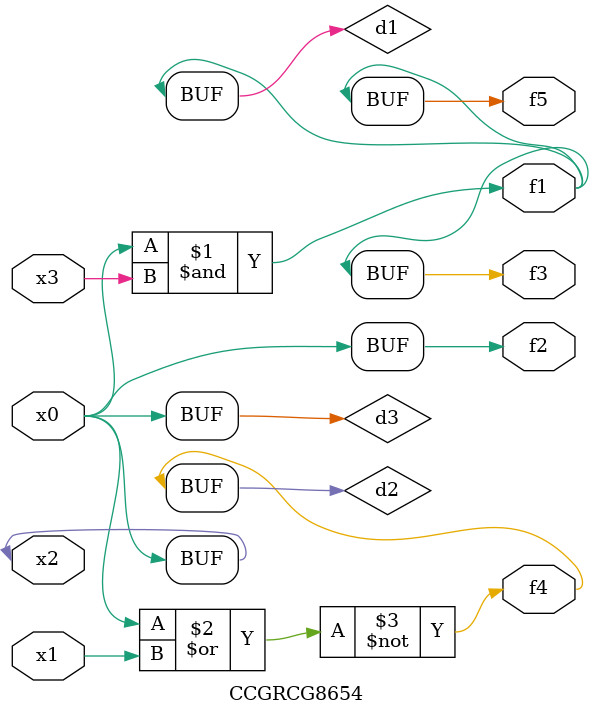
<source format=v>
module CCGRCG8654(
	input x0, x1, x2, x3,
	output f1, f2, f3, f4, f5
);

	wire d1, d2, d3;

	and (d1, x2, x3);
	nor (d2, x0, x1);
	buf (d3, x0, x2);
	assign f1 = d1;
	assign f2 = d3;
	assign f3 = d1;
	assign f4 = d2;
	assign f5 = d1;
endmodule

</source>
